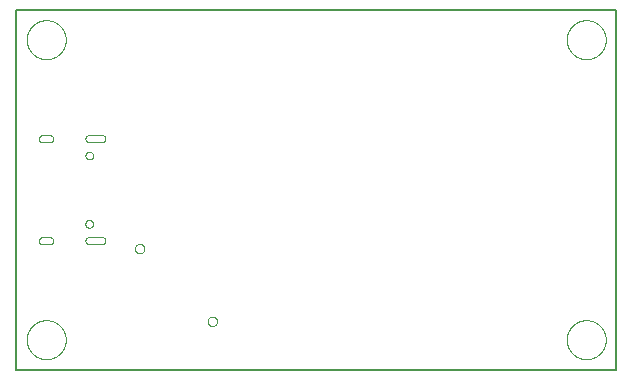
<source format=gko>
G75*
%MOIN*%
%OFA0B0*%
%FSLAX25Y25*%
%IPPOS*%
%LPD*%
%AMOC8*
5,1,8,0,0,1.08239X$1,22.5*
%
%ADD10C,0.00800*%
%ADD11C,0.00000*%
%ADD12C,0.00039*%
D10*
X0096255Y0065000D02*
X0096255Y0185000D01*
X0296255Y0185000D01*
X0296255Y0065000D01*
X0096255Y0065000D01*
D11*
X0099755Y0075000D02*
X0099757Y0075161D01*
X0099763Y0075321D01*
X0099773Y0075482D01*
X0099787Y0075642D01*
X0099805Y0075802D01*
X0099826Y0075961D01*
X0099852Y0076120D01*
X0099882Y0076278D01*
X0099915Y0076435D01*
X0099953Y0076592D01*
X0099994Y0076747D01*
X0100039Y0076901D01*
X0100088Y0077054D01*
X0100141Y0077206D01*
X0100197Y0077357D01*
X0100258Y0077506D01*
X0100321Y0077654D01*
X0100389Y0077800D01*
X0100460Y0077944D01*
X0100534Y0078086D01*
X0100612Y0078227D01*
X0100694Y0078365D01*
X0100779Y0078502D01*
X0100867Y0078636D01*
X0100959Y0078768D01*
X0101054Y0078898D01*
X0101152Y0079026D01*
X0101253Y0079151D01*
X0101357Y0079273D01*
X0101464Y0079393D01*
X0101574Y0079510D01*
X0101687Y0079625D01*
X0101803Y0079736D01*
X0101922Y0079845D01*
X0102043Y0079950D01*
X0102167Y0080053D01*
X0102293Y0080153D01*
X0102421Y0080249D01*
X0102552Y0080342D01*
X0102686Y0080432D01*
X0102821Y0080519D01*
X0102959Y0080602D01*
X0103098Y0080682D01*
X0103240Y0080758D01*
X0103383Y0080831D01*
X0103528Y0080900D01*
X0103675Y0080966D01*
X0103823Y0081028D01*
X0103973Y0081086D01*
X0104124Y0081141D01*
X0104277Y0081192D01*
X0104431Y0081239D01*
X0104586Y0081282D01*
X0104742Y0081321D01*
X0104898Y0081357D01*
X0105056Y0081388D01*
X0105214Y0081416D01*
X0105373Y0081440D01*
X0105533Y0081460D01*
X0105693Y0081476D01*
X0105853Y0081488D01*
X0106014Y0081496D01*
X0106175Y0081500D01*
X0106335Y0081500D01*
X0106496Y0081496D01*
X0106657Y0081488D01*
X0106817Y0081476D01*
X0106977Y0081460D01*
X0107137Y0081440D01*
X0107296Y0081416D01*
X0107454Y0081388D01*
X0107612Y0081357D01*
X0107768Y0081321D01*
X0107924Y0081282D01*
X0108079Y0081239D01*
X0108233Y0081192D01*
X0108386Y0081141D01*
X0108537Y0081086D01*
X0108687Y0081028D01*
X0108835Y0080966D01*
X0108982Y0080900D01*
X0109127Y0080831D01*
X0109270Y0080758D01*
X0109412Y0080682D01*
X0109551Y0080602D01*
X0109689Y0080519D01*
X0109824Y0080432D01*
X0109958Y0080342D01*
X0110089Y0080249D01*
X0110217Y0080153D01*
X0110343Y0080053D01*
X0110467Y0079950D01*
X0110588Y0079845D01*
X0110707Y0079736D01*
X0110823Y0079625D01*
X0110936Y0079510D01*
X0111046Y0079393D01*
X0111153Y0079273D01*
X0111257Y0079151D01*
X0111358Y0079026D01*
X0111456Y0078898D01*
X0111551Y0078768D01*
X0111643Y0078636D01*
X0111731Y0078502D01*
X0111816Y0078365D01*
X0111898Y0078227D01*
X0111976Y0078086D01*
X0112050Y0077944D01*
X0112121Y0077800D01*
X0112189Y0077654D01*
X0112252Y0077506D01*
X0112313Y0077357D01*
X0112369Y0077206D01*
X0112422Y0077054D01*
X0112471Y0076901D01*
X0112516Y0076747D01*
X0112557Y0076592D01*
X0112595Y0076435D01*
X0112628Y0076278D01*
X0112658Y0076120D01*
X0112684Y0075961D01*
X0112705Y0075802D01*
X0112723Y0075642D01*
X0112737Y0075482D01*
X0112747Y0075321D01*
X0112753Y0075161D01*
X0112755Y0075000D01*
X0112753Y0074839D01*
X0112747Y0074679D01*
X0112737Y0074518D01*
X0112723Y0074358D01*
X0112705Y0074198D01*
X0112684Y0074039D01*
X0112658Y0073880D01*
X0112628Y0073722D01*
X0112595Y0073565D01*
X0112557Y0073408D01*
X0112516Y0073253D01*
X0112471Y0073099D01*
X0112422Y0072946D01*
X0112369Y0072794D01*
X0112313Y0072643D01*
X0112252Y0072494D01*
X0112189Y0072346D01*
X0112121Y0072200D01*
X0112050Y0072056D01*
X0111976Y0071914D01*
X0111898Y0071773D01*
X0111816Y0071635D01*
X0111731Y0071498D01*
X0111643Y0071364D01*
X0111551Y0071232D01*
X0111456Y0071102D01*
X0111358Y0070974D01*
X0111257Y0070849D01*
X0111153Y0070727D01*
X0111046Y0070607D01*
X0110936Y0070490D01*
X0110823Y0070375D01*
X0110707Y0070264D01*
X0110588Y0070155D01*
X0110467Y0070050D01*
X0110343Y0069947D01*
X0110217Y0069847D01*
X0110089Y0069751D01*
X0109958Y0069658D01*
X0109824Y0069568D01*
X0109689Y0069481D01*
X0109551Y0069398D01*
X0109412Y0069318D01*
X0109270Y0069242D01*
X0109127Y0069169D01*
X0108982Y0069100D01*
X0108835Y0069034D01*
X0108687Y0068972D01*
X0108537Y0068914D01*
X0108386Y0068859D01*
X0108233Y0068808D01*
X0108079Y0068761D01*
X0107924Y0068718D01*
X0107768Y0068679D01*
X0107612Y0068643D01*
X0107454Y0068612D01*
X0107296Y0068584D01*
X0107137Y0068560D01*
X0106977Y0068540D01*
X0106817Y0068524D01*
X0106657Y0068512D01*
X0106496Y0068504D01*
X0106335Y0068500D01*
X0106175Y0068500D01*
X0106014Y0068504D01*
X0105853Y0068512D01*
X0105693Y0068524D01*
X0105533Y0068540D01*
X0105373Y0068560D01*
X0105214Y0068584D01*
X0105056Y0068612D01*
X0104898Y0068643D01*
X0104742Y0068679D01*
X0104586Y0068718D01*
X0104431Y0068761D01*
X0104277Y0068808D01*
X0104124Y0068859D01*
X0103973Y0068914D01*
X0103823Y0068972D01*
X0103675Y0069034D01*
X0103528Y0069100D01*
X0103383Y0069169D01*
X0103240Y0069242D01*
X0103098Y0069318D01*
X0102959Y0069398D01*
X0102821Y0069481D01*
X0102686Y0069568D01*
X0102552Y0069658D01*
X0102421Y0069751D01*
X0102293Y0069847D01*
X0102167Y0069947D01*
X0102043Y0070050D01*
X0101922Y0070155D01*
X0101803Y0070264D01*
X0101687Y0070375D01*
X0101574Y0070490D01*
X0101464Y0070607D01*
X0101357Y0070727D01*
X0101253Y0070849D01*
X0101152Y0070974D01*
X0101054Y0071102D01*
X0100959Y0071232D01*
X0100867Y0071364D01*
X0100779Y0071498D01*
X0100694Y0071635D01*
X0100612Y0071773D01*
X0100534Y0071914D01*
X0100460Y0072056D01*
X0100389Y0072200D01*
X0100321Y0072346D01*
X0100258Y0072494D01*
X0100197Y0072643D01*
X0100141Y0072794D01*
X0100088Y0072946D01*
X0100039Y0073099D01*
X0099994Y0073253D01*
X0099953Y0073408D01*
X0099915Y0073565D01*
X0099882Y0073722D01*
X0099852Y0073880D01*
X0099826Y0074039D01*
X0099805Y0074198D01*
X0099787Y0074358D01*
X0099773Y0074518D01*
X0099763Y0074679D01*
X0099757Y0074839D01*
X0099755Y0075000D01*
X0135822Y0105354D02*
X0135824Y0105433D01*
X0135830Y0105512D01*
X0135840Y0105591D01*
X0135854Y0105669D01*
X0135871Y0105746D01*
X0135893Y0105822D01*
X0135918Y0105897D01*
X0135948Y0105970D01*
X0135980Y0106042D01*
X0136017Y0106113D01*
X0136057Y0106181D01*
X0136100Y0106247D01*
X0136146Y0106311D01*
X0136196Y0106373D01*
X0136249Y0106432D01*
X0136304Y0106488D01*
X0136363Y0106542D01*
X0136424Y0106592D01*
X0136487Y0106640D01*
X0136553Y0106684D01*
X0136621Y0106725D01*
X0136691Y0106762D01*
X0136762Y0106796D01*
X0136836Y0106826D01*
X0136910Y0106852D01*
X0136986Y0106874D01*
X0137063Y0106893D01*
X0137141Y0106908D01*
X0137219Y0106919D01*
X0137298Y0106926D01*
X0137377Y0106929D01*
X0137456Y0106928D01*
X0137535Y0106923D01*
X0137614Y0106914D01*
X0137692Y0106901D01*
X0137769Y0106884D01*
X0137846Y0106864D01*
X0137921Y0106839D01*
X0137995Y0106811D01*
X0138068Y0106779D01*
X0138138Y0106744D01*
X0138207Y0106705D01*
X0138274Y0106662D01*
X0138339Y0106616D01*
X0138401Y0106568D01*
X0138461Y0106516D01*
X0138518Y0106461D01*
X0138572Y0106403D01*
X0138623Y0106343D01*
X0138671Y0106280D01*
X0138716Y0106215D01*
X0138758Y0106147D01*
X0138796Y0106078D01*
X0138830Y0106007D01*
X0138861Y0105934D01*
X0138889Y0105859D01*
X0138912Y0105784D01*
X0138932Y0105707D01*
X0138948Y0105630D01*
X0138960Y0105551D01*
X0138968Y0105473D01*
X0138972Y0105394D01*
X0138972Y0105314D01*
X0138968Y0105235D01*
X0138960Y0105157D01*
X0138948Y0105078D01*
X0138932Y0105001D01*
X0138912Y0104924D01*
X0138889Y0104849D01*
X0138861Y0104774D01*
X0138830Y0104701D01*
X0138796Y0104630D01*
X0138758Y0104561D01*
X0138716Y0104493D01*
X0138671Y0104428D01*
X0138623Y0104365D01*
X0138572Y0104305D01*
X0138518Y0104247D01*
X0138461Y0104192D01*
X0138401Y0104140D01*
X0138339Y0104092D01*
X0138274Y0104046D01*
X0138207Y0104003D01*
X0138138Y0103964D01*
X0138068Y0103929D01*
X0137995Y0103897D01*
X0137921Y0103869D01*
X0137846Y0103844D01*
X0137769Y0103824D01*
X0137692Y0103807D01*
X0137614Y0103794D01*
X0137535Y0103785D01*
X0137456Y0103780D01*
X0137377Y0103779D01*
X0137298Y0103782D01*
X0137219Y0103789D01*
X0137141Y0103800D01*
X0137063Y0103815D01*
X0136986Y0103834D01*
X0136910Y0103856D01*
X0136836Y0103882D01*
X0136762Y0103912D01*
X0136691Y0103946D01*
X0136621Y0103983D01*
X0136553Y0104024D01*
X0136487Y0104068D01*
X0136424Y0104116D01*
X0136363Y0104166D01*
X0136304Y0104220D01*
X0136249Y0104276D01*
X0136196Y0104335D01*
X0136146Y0104397D01*
X0136100Y0104461D01*
X0136057Y0104527D01*
X0136017Y0104595D01*
X0135980Y0104666D01*
X0135948Y0104738D01*
X0135918Y0104811D01*
X0135893Y0104886D01*
X0135871Y0104962D01*
X0135854Y0105039D01*
X0135840Y0105117D01*
X0135830Y0105196D01*
X0135824Y0105275D01*
X0135822Y0105354D01*
X0119286Y0113622D02*
X0119288Y0113693D01*
X0119294Y0113764D01*
X0119304Y0113835D01*
X0119318Y0113904D01*
X0119335Y0113973D01*
X0119357Y0114041D01*
X0119382Y0114108D01*
X0119411Y0114173D01*
X0119443Y0114236D01*
X0119479Y0114298D01*
X0119518Y0114357D01*
X0119561Y0114414D01*
X0119606Y0114469D01*
X0119655Y0114521D01*
X0119706Y0114570D01*
X0119760Y0114616D01*
X0119817Y0114660D01*
X0119875Y0114700D01*
X0119936Y0114736D01*
X0119999Y0114770D01*
X0120064Y0114799D01*
X0120130Y0114825D01*
X0120198Y0114848D01*
X0120266Y0114866D01*
X0120336Y0114881D01*
X0120406Y0114892D01*
X0120477Y0114899D01*
X0120548Y0114902D01*
X0120619Y0114901D01*
X0120690Y0114896D01*
X0120761Y0114887D01*
X0120831Y0114874D01*
X0120900Y0114858D01*
X0120968Y0114837D01*
X0121035Y0114813D01*
X0121101Y0114785D01*
X0121164Y0114753D01*
X0121226Y0114718D01*
X0121286Y0114680D01*
X0121344Y0114638D01*
X0121399Y0114594D01*
X0121452Y0114546D01*
X0121502Y0114495D01*
X0121549Y0114442D01*
X0121593Y0114386D01*
X0121634Y0114328D01*
X0121672Y0114267D01*
X0121706Y0114205D01*
X0121736Y0114140D01*
X0121763Y0114075D01*
X0121787Y0114007D01*
X0121806Y0113939D01*
X0121822Y0113870D01*
X0121834Y0113799D01*
X0121842Y0113729D01*
X0121846Y0113658D01*
X0121846Y0113586D01*
X0121842Y0113515D01*
X0121834Y0113445D01*
X0121822Y0113374D01*
X0121806Y0113305D01*
X0121787Y0113237D01*
X0121763Y0113169D01*
X0121736Y0113104D01*
X0121706Y0113039D01*
X0121672Y0112977D01*
X0121634Y0112916D01*
X0121593Y0112858D01*
X0121549Y0112802D01*
X0121502Y0112749D01*
X0121452Y0112698D01*
X0121399Y0112650D01*
X0121344Y0112606D01*
X0121286Y0112564D01*
X0121226Y0112526D01*
X0121164Y0112491D01*
X0121101Y0112459D01*
X0121035Y0112431D01*
X0120968Y0112407D01*
X0120900Y0112386D01*
X0120831Y0112370D01*
X0120761Y0112357D01*
X0120690Y0112348D01*
X0120619Y0112343D01*
X0120548Y0112342D01*
X0120477Y0112345D01*
X0120406Y0112352D01*
X0120336Y0112363D01*
X0120266Y0112378D01*
X0120198Y0112396D01*
X0120130Y0112419D01*
X0120064Y0112445D01*
X0119999Y0112474D01*
X0119936Y0112508D01*
X0119875Y0112544D01*
X0119817Y0112584D01*
X0119760Y0112628D01*
X0119706Y0112674D01*
X0119655Y0112723D01*
X0119606Y0112775D01*
X0119561Y0112830D01*
X0119518Y0112887D01*
X0119479Y0112946D01*
X0119443Y0113008D01*
X0119411Y0113071D01*
X0119382Y0113136D01*
X0119357Y0113203D01*
X0119335Y0113271D01*
X0119318Y0113340D01*
X0119304Y0113409D01*
X0119294Y0113480D01*
X0119288Y0113551D01*
X0119286Y0113622D01*
X0119286Y0136378D02*
X0119288Y0136449D01*
X0119294Y0136520D01*
X0119304Y0136591D01*
X0119318Y0136660D01*
X0119335Y0136729D01*
X0119357Y0136797D01*
X0119382Y0136864D01*
X0119411Y0136929D01*
X0119443Y0136992D01*
X0119479Y0137054D01*
X0119518Y0137113D01*
X0119561Y0137170D01*
X0119606Y0137225D01*
X0119655Y0137277D01*
X0119706Y0137326D01*
X0119760Y0137372D01*
X0119817Y0137416D01*
X0119875Y0137456D01*
X0119936Y0137492D01*
X0119999Y0137526D01*
X0120064Y0137555D01*
X0120130Y0137581D01*
X0120198Y0137604D01*
X0120266Y0137622D01*
X0120336Y0137637D01*
X0120406Y0137648D01*
X0120477Y0137655D01*
X0120548Y0137658D01*
X0120619Y0137657D01*
X0120690Y0137652D01*
X0120761Y0137643D01*
X0120831Y0137630D01*
X0120900Y0137614D01*
X0120968Y0137593D01*
X0121035Y0137569D01*
X0121101Y0137541D01*
X0121164Y0137509D01*
X0121226Y0137474D01*
X0121286Y0137436D01*
X0121344Y0137394D01*
X0121399Y0137350D01*
X0121452Y0137302D01*
X0121502Y0137251D01*
X0121549Y0137198D01*
X0121593Y0137142D01*
X0121634Y0137084D01*
X0121672Y0137023D01*
X0121706Y0136961D01*
X0121736Y0136896D01*
X0121763Y0136831D01*
X0121787Y0136763D01*
X0121806Y0136695D01*
X0121822Y0136626D01*
X0121834Y0136555D01*
X0121842Y0136485D01*
X0121846Y0136414D01*
X0121846Y0136342D01*
X0121842Y0136271D01*
X0121834Y0136201D01*
X0121822Y0136130D01*
X0121806Y0136061D01*
X0121787Y0135993D01*
X0121763Y0135925D01*
X0121736Y0135860D01*
X0121706Y0135795D01*
X0121672Y0135733D01*
X0121634Y0135672D01*
X0121593Y0135614D01*
X0121549Y0135558D01*
X0121502Y0135505D01*
X0121452Y0135454D01*
X0121399Y0135406D01*
X0121344Y0135362D01*
X0121286Y0135320D01*
X0121226Y0135282D01*
X0121164Y0135247D01*
X0121101Y0135215D01*
X0121035Y0135187D01*
X0120968Y0135163D01*
X0120900Y0135142D01*
X0120831Y0135126D01*
X0120761Y0135113D01*
X0120690Y0135104D01*
X0120619Y0135099D01*
X0120548Y0135098D01*
X0120477Y0135101D01*
X0120406Y0135108D01*
X0120336Y0135119D01*
X0120266Y0135134D01*
X0120198Y0135152D01*
X0120130Y0135175D01*
X0120064Y0135201D01*
X0119999Y0135230D01*
X0119936Y0135264D01*
X0119875Y0135300D01*
X0119817Y0135340D01*
X0119760Y0135384D01*
X0119706Y0135430D01*
X0119655Y0135479D01*
X0119606Y0135531D01*
X0119561Y0135586D01*
X0119518Y0135643D01*
X0119479Y0135702D01*
X0119443Y0135764D01*
X0119411Y0135827D01*
X0119382Y0135892D01*
X0119357Y0135959D01*
X0119335Y0136027D01*
X0119318Y0136096D01*
X0119304Y0136165D01*
X0119294Y0136236D01*
X0119288Y0136307D01*
X0119286Y0136378D01*
X0099755Y0175000D02*
X0099757Y0175161D01*
X0099763Y0175321D01*
X0099773Y0175482D01*
X0099787Y0175642D01*
X0099805Y0175802D01*
X0099826Y0175961D01*
X0099852Y0176120D01*
X0099882Y0176278D01*
X0099915Y0176435D01*
X0099953Y0176592D01*
X0099994Y0176747D01*
X0100039Y0176901D01*
X0100088Y0177054D01*
X0100141Y0177206D01*
X0100197Y0177357D01*
X0100258Y0177506D01*
X0100321Y0177654D01*
X0100389Y0177800D01*
X0100460Y0177944D01*
X0100534Y0178086D01*
X0100612Y0178227D01*
X0100694Y0178365D01*
X0100779Y0178502D01*
X0100867Y0178636D01*
X0100959Y0178768D01*
X0101054Y0178898D01*
X0101152Y0179026D01*
X0101253Y0179151D01*
X0101357Y0179273D01*
X0101464Y0179393D01*
X0101574Y0179510D01*
X0101687Y0179625D01*
X0101803Y0179736D01*
X0101922Y0179845D01*
X0102043Y0179950D01*
X0102167Y0180053D01*
X0102293Y0180153D01*
X0102421Y0180249D01*
X0102552Y0180342D01*
X0102686Y0180432D01*
X0102821Y0180519D01*
X0102959Y0180602D01*
X0103098Y0180682D01*
X0103240Y0180758D01*
X0103383Y0180831D01*
X0103528Y0180900D01*
X0103675Y0180966D01*
X0103823Y0181028D01*
X0103973Y0181086D01*
X0104124Y0181141D01*
X0104277Y0181192D01*
X0104431Y0181239D01*
X0104586Y0181282D01*
X0104742Y0181321D01*
X0104898Y0181357D01*
X0105056Y0181388D01*
X0105214Y0181416D01*
X0105373Y0181440D01*
X0105533Y0181460D01*
X0105693Y0181476D01*
X0105853Y0181488D01*
X0106014Y0181496D01*
X0106175Y0181500D01*
X0106335Y0181500D01*
X0106496Y0181496D01*
X0106657Y0181488D01*
X0106817Y0181476D01*
X0106977Y0181460D01*
X0107137Y0181440D01*
X0107296Y0181416D01*
X0107454Y0181388D01*
X0107612Y0181357D01*
X0107768Y0181321D01*
X0107924Y0181282D01*
X0108079Y0181239D01*
X0108233Y0181192D01*
X0108386Y0181141D01*
X0108537Y0181086D01*
X0108687Y0181028D01*
X0108835Y0180966D01*
X0108982Y0180900D01*
X0109127Y0180831D01*
X0109270Y0180758D01*
X0109412Y0180682D01*
X0109551Y0180602D01*
X0109689Y0180519D01*
X0109824Y0180432D01*
X0109958Y0180342D01*
X0110089Y0180249D01*
X0110217Y0180153D01*
X0110343Y0180053D01*
X0110467Y0179950D01*
X0110588Y0179845D01*
X0110707Y0179736D01*
X0110823Y0179625D01*
X0110936Y0179510D01*
X0111046Y0179393D01*
X0111153Y0179273D01*
X0111257Y0179151D01*
X0111358Y0179026D01*
X0111456Y0178898D01*
X0111551Y0178768D01*
X0111643Y0178636D01*
X0111731Y0178502D01*
X0111816Y0178365D01*
X0111898Y0178227D01*
X0111976Y0178086D01*
X0112050Y0177944D01*
X0112121Y0177800D01*
X0112189Y0177654D01*
X0112252Y0177506D01*
X0112313Y0177357D01*
X0112369Y0177206D01*
X0112422Y0177054D01*
X0112471Y0176901D01*
X0112516Y0176747D01*
X0112557Y0176592D01*
X0112595Y0176435D01*
X0112628Y0176278D01*
X0112658Y0176120D01*
X0112684Y0175961D01*
X0112705Y0175802D01*
X0112723Y0175642D01*
X0112737Y0175482D01*
X0112747Y0175321D01*
X0112753Y0175161D01*
X0112755Y0175000D01*
X0112753Y0174839D01*
X0112747Y0174679D01*
X0112737Y0174518D01*
X0112723Y0174358D01*
X0112705Y0174198D01*
X0112684Y0174039D01*
X0112658Y0173880D01*
X0112628Y0173722D01*
X0112595Y0173565D01*
X0112557Y0173408D01*
X0112516Y0173253D01*
X0112471Y0173099D01*
X0112422Y0172946D01*
X0112369Y0172794D01*
X0112313Y0172643D01*
X0112252Y0172494D01*
X0112189Y0172346D01*
X0112121Y0172200D01*
X0112050Y0172056D01*
X0111976Y0171914D01*
X0111898Y0171773D01*
X0111816Y0171635D01*
X0111731Y0171498D01*
X0111643Y0171364D01*
X0111551Y0171232D01*
X0111456Y0171102D01*
X0111358Y0170974D01*
X0111257Y0170849D01*
X0111153Y0170727D01*
X0111046Y0170607D01*
X0110936Y0170490D01*
X0110823Y0170375D01*
X0110707Y0170264D01*
X0110588Y0170155D01*
X0110467Y0170050D01*
X0110343Y0169947D01*
X0110217Y0169847D01*
X0110089Y0169751D01*
X0109958Y0169658D01*
X0109824Y0169568D01*
X0109689Y0169481D01*
X0109551Y0169398D01*
X0109412Y0169318D01*
X0109270Y0169242D01*
X0109127Y0169169D01*
X0108982Y0169100D01*
X0108835Y0169034D01*
X0108687Y0168972D01*
X0108537Y0168914D01*
X0108386Y0168859D01*
X0108233Y0168808D01*
X0108079Y0168761D01*
X0107924Y0168718D01*
X0107768Y0168679D01*
X0107612Y0168643D01*
X0107454Y0168612D01*
X0107296Y0168584D01*
X0107137Y0168560D01*
X0106977Y0168540D01*
X0106817Y0168524D01*
X0106657Y0168512D01*
X0106496Y0168504D01*
X0106335Y0168500D01*
X0106175Y0168500D01*
X0106014Y0168504D01*
X0105853Y0168512D01*
X0105693Y0168524D01*
X0105533Y0168540D01*
X0105373Y0168560D01*
X0105214Y0168584D01*
X0105056Y0168612D01*
X0104898Y0168643D01*
X0104742Y0168679D01*
X0104586Y0168718D01*
X0104431Y0168761D01*
X0104277Y0168808D01*
X0104124Y0168859D01*
X0103973Y0168914D01*
X0103823Y0168972D01*
X0103675Y0169034D01*
X0103528Y0169100D01*
X0103383Y0169169D01*
X0103240Y0169242D01*
X0103098Y0169318D01*
X0102959Y0169398D01*
X0102821Y0169481D01*
X0102686Y0169568D01*
X0102552Y0169658D01*
X0102421Y0169751D01*
X0102293Y0169847D01*
X0102167Y0169947D01*
X0102043Y0170050D01*
X0101922Y0170155D01*
X0101803Y0170264D01*
X0101687Y0170375D01*
X0101574Y0170490D01*
X0101464Y0170607D01*
X0101357Y0170727D01*
X0101253Y0170849D01*
X0101152Y0170974D01*
X0101054Y0171102D01*
X0100959Y0171232D01*
X0100867Y0171364D01*
X0100779Y0171498D01*
X0100694Y0171635D01*
X0100612Y0171773D01*
X0100534Y0171914D01*
X0100460Y0172056D01*
X0100389Y0172200D01*
X0100321Y0172346D01*
X0100258Y0172494D01*
X0100197Y0172643D01*
X0100141Y0172794D01*
X0100088Y0172946D01*
X0100039Y0173099D01*
X0099994Y0173253D01*
X0099953Y0173408D01*
X0099915Y0173565D01*
X0099882Y0173722D01*
X0099852Y0173880D01*
X0099826Y0174039D01*
X0099805Y0174198D01*
X0099787Y0174358D01*
X0099773Y0174518D01*
X0099763Y0174679D01*
X0099757Y0174839D01*
X0099755Y0175000D01*
X0160034Y0081142D02*
X0160036Y0081221D01*
X0160042Y0081300D01*
X0160052Y0081379D01*
X0160066Y0081457D01*
X0160083Y0081534D01*
X0160105Y0081610D01*
X0160130Y0081685D01*
X0160160Y0081758D01*
X0160192Y0081830D01*
X0160229Y0081901D01*
X0160269Y0081969D01*
X0160312Y0082035D01*
X0160358Y0082099D01*
X0160408Y0082161D01*
X0160461Y0082220D01*
X0160516Y0082276D01*
X0160575Y0082330D01*
X0160636Y0082380D01*
X0160699Y0082428D01*
X0160765Y0082472D01*
X0160833Y0082513D01*
X0160903Y0082550D01*
X0160974Y0082584D01*
X0161048Y0082614D01*
X0161122Y0082640D01*
X0161198Y0082662D01*
X0161275Y0082681D01*
X0161353Y0082696D01*
X0161431Y0082707D01*
X0161510Y0082714D01*
X0161589Y0082717D01*
X0161668Y0082716D01*
X0161747Y0082711D01*
X0161826Y0082702D01*
X0161904Y0082689D01*
X0161981Y0082672D01*
X0162058Y0082652D01*
X0162133Y0082627D01*
X0162207Y0082599D01*
X0162280Y0082567D01*
X0162350Y0082532D01*
X0162419Y0082493D01*
X0162486Y0082450D01*
X0162551Y0082404D01*
X0162613Y0082356D01*
X0162673Y0082304D01*
X0162730Y0082249D01*
X0162784Y0082191D01*
X0162835Y0082131D01*
X0162883Y0082068D01*
X0162928Y0082003D01*
X0162970Y0081935D01*
X0163008Y0081866D01*
X0163042Y0081795D01*
X0163073Y0081722D01*
X0163101Y0081647D01*
X0163124Y0081572D01*
X0163144Y0081495D01*
X0163160Y0081418D01*
X0163172Y0081339D01*
X0163180Y0081261D01*
X0163184Y0081182D01*
X0163184Y0081102D01*
X0163180Y0081023D01*
X0163172Y0080945D01*
X0163160Y0080866D01*
X0163144Y0080789D01*
X0163124Y0080712D01*
X0163101Y0080637D01*
X0163073Y0080562D01*
X0163042Y0080489D01*
X0163008Y0080418D01*
X0162970Y0080349D01*
X0162928Y0080281D01*
X0162883Y0080216D01*
X0162835Y0080153D01*
X0162784Y0080093D01*
X0162730Y0080035D01*
X0162673Y0079980D01*
X0162613Y0079928D01*
X0162551Y0079880D01*
X0162486Y0079834D01*
X0162419Y0079791D01*
X0162350Y0079752D01*
X0162280Y0079717D01*
X0162207Y0079685D01*
X0162133Y0079657D01*
X0162058Y0079632D01*
X0161981Y0079612D01*
X0161904Y0079595D01*
X0161826Y0079582D01*
X0161747Y0079573D01*
X0161668Y0079568D01*
X0161589Y0079567D01*
X0161510Y0079570D01*
X0161431Y0079577D01*
X0161353Y0079588D01*
X0161275Y0079603D01*
X0161198Y0079622D01*
X0161122Y0079644D01*
X0161048Y0079670D01*
X0160974Y0079700D01*
X0160903Y0079734D01*
X0160833Y0079771D01*
X0160765Y0079812D01*
X0160699Y0079856D01*
X0160636Y0079904D01*
X0160575Y0079954D01*
X0160516Y0080008D01*
X0160461Y0080064D01*
X0160408Y0080123D01*
X0160358Y0080185D01*
X0160312Y0080249D01*
X0160269Y0080315D01*
X0160229Y0080383D01*
X0160192Y0080454D01*
X0160160Y0080526D01*
X0160130Y0080599D01*
X0160105Y0080674D01*
X0160083Y0080750D01*
X0160066Y0080827D01*
X0160052Y0080905D01*
X0160042Y0080984D01*
X0160036Y0081063D01*
X0160034Y0081142D01*
X0279755Y0075000D02*
X0279757Y0075161D01*
X0279763Y0075321D01*
X0279773Y0075482D01*
X0279787Y0075642D01*
X0279805Y0075802D01*
X0279826Y0075961D01*
X0279852Y0076120D01*
X0279882Y0076278D01*
X0279915Y0076435D01*
X0279953Y0076592D01*
X0279994Y0076747D01*
X0280039Y0076901D01*
X0280088Y0077054D01*
X0280141Y0077206D01*
X0280197Y0077357D01*
X0280258Y0077506D01*
X0280321Y0077654D01*
X0280389Y0077800D01*
X0280460Y0077944D01*
X0280534Y0078086D01*
X0280612Y0078227D01*
X0280694Y0078365D01*
X0280779Y0078502D01*
X0280867Y0078636D01*
X0280959Y0078768D01*
X0281054Y0078898D01*
X0281152Y0079026D01*
X0281253Y0079151D01*
X0281357Y0079273D01*
X0281464Y0079393D01*
X0281574Y0079510D01*
X0281687Y0079625D01*
X0281803Y0079736D01*
X0281922Y0079845D01*
X0282043Y0079950D01*
X0282167Y0080053D01*
X0282293Y0080153D01*
X0282421Y0080249D01*
X0282552Y0080342D01*
X0282686Y0080432D01*
X0282821Y0080519D01*
X0282959Y0080602D01*
X0283098Y0080682D01*
X0283240Y0080758D01*
X0283383Y0080831D01*
X0283528Y0080900D01*
X0283675Y0080966D01*
X0283823Y0081028D01*
X0283973Y0081086D01*
X0284124Y0081141D01*
X0284277Y0081192D01*
X0284431Y0081239D01*
X0284586Y0081282D01*
X0284742Y0081321D01*
X0284898Y0081357D01*
X0285056Y0081388D01*
X0285214Y0081416D01*
X0285373Y0081440D01*
X0285533Y0081460D01*
X0285693Y0081476D01*
X0285853Y0081488D01*
X0286014Y0081496D01*
X0286175Y0081500D01*
X0286335Y0081500D01*
X0286496Y0081496D01*
X0286657Y0081488D01*
X0286817Y0081476D01*
X0286977Y0081460D01*
X0287137Y0081440D01*
X0287296Y0081416D01*
X0287454Y0081388D01*
X0287612Y0081357D01*
X0287768Y0081321D01*
X0287924Y0081282D01*
X0288079Y0081239D01*
X0288233Y0081192D01*
X0288386Y0081141D01*
X0288537Y0081086D01*
X0288687Y0081028D01*
X0288835Y0080966D01*
X0288982Y0080900D01*
X0289127Y0080831D01*
X0289270Y0080758D01*
X0289412Y0080682D01*
X0289551Y0080602D01*
X0289689Y0080519D01*
X0289824Y0080432D01*
X0289958Y0080342D01*
X0290089Y0080249D01*
X0290217Y0080153D01*
X0290343Y0080053D01*
X0290467Y0079950D01*
X0290588Y0079845D01*
X0290707Y0079736D01*
X0290823Y0079625D01*
X0290936Y0079510D01*
X0291046Y0079393D01*
X0291153Y0079273D01*
X0291257Y0079151D01*
X0291358Y0079026D01*
X0291456Y0078898D01*
X0291551Y0078768D01*
X0291643Y0078636D01*
X0291731Y0078502D01*
X0291816Y0078365D01*
X0291898Y0078227D01*
X0291976Y0078086D01*
X0292050Y0077944D01*
X0292121Y0077800D01*
X0292189Y0077654D01*
X0292252Y0077506D01*
X0292313Y0077357D01*
X0292369Y0077206D01*
X0292422Y0077054D01*
X0292471Y0076901D01*
X0292516Y0076747D01*
X0292557Y0076592D01*
X0292595Y0076435D01*
X0292628Y0076278D01*
X0292658Y0076120D01*
X0292684Y0075961D01*
X0292705Y0075802D01*
X0292723Y0075642D01*
X0292737Y0075482D01*
X0292747Y0075321D01*
X0292753Y0075161D01*
X0292755Y0075000D01*
X0292753Y0074839D01*
X0292747Y0074679D01*
X0292737Y0074518D01*
X0292723Y0074358D01*
X0292705Y0074198D01*
X0292684Y0074039D01*
X0292658Y0073880D01*
X0292628Y0073722D01*
X0292595Y0073565D01*
X0292557Y0073408D01*
X0292516Y0073253D01*
X0292471Y0073099D01*
X0292422Y0072946D01*
X0292369Y0072794D01*
X0292313Y0072643D01*
X0292252Y0072494D01*
X0292189Y0072346D01*
X0292121Y0072200D01*
X0292050Y0072056D01*
X0291976Y0071914D01*
X0291898Y0071773D01*
X0291816Y0071635D01*
X0291731Y0071498D01*
X0291643Y0071364D01*
X0291551Y0071232D01*
X0291456Y0071102D01*
X0291358Y0070974D01*
X0291257Y0070849D01*
X0291153Y0070727D01*
X0291046Y0070607D01*
X0290936Y0070490D01*
X0290823Y0070375D01*
X0290707Y0070264D01*
X0290588Y0070155D01*
X0290467Y0070050D01*
X0290343Y0069947D01*
X0290217Y0069847D01*
X0290089Y0069751D01*
X0289958Y0069658D01*
X0289824Y0069568D01*
X0289689Y0069481D01*
X0289551Y0069398D01*
X0289412Y0069318D01*
X0289270Y0069242D01*
X0289127Y0069169D01*
X0288982Y0069100D01*
X0288835Y0069034D01*
X0288687Y0068972D01*
X0288537Y0068914D01*
X0288386Y0068859D01*
X0288233Y0068808D01*
X0288079Y0068761D01*
X0287924Y0068718D01*
X0287768Y0068679D01*
X0287612Y0068643D01*
X0287454Y0068612D01*
X0287296Y0068584D01*
X0287137Y0068560D01*
X0286977Y0068540D01*
X0286817Y0068524D01*
X0286657Y0068512D01*
X0286496Y0068504D01*
X0286335Y0068500D01*
X0286175Y0068500D01*
X0286014Y0068504D01*
X0285853Y0068512D01*
X0285693Y0068524D01*
X0285533Y0068540D01*
X0285373Y0068560D01*
X0285214Y0068584D01*
X0285056Y0068612D01*
X0284898Y0068643D01*
X0284742Y0068679D01*
X0284586Y0068718D01*
X0284431Y0068761D01*
X0284277Y0068808D01*
X0284124Y0068859D01*
X0283973Y0068914D01*
X0283823Y0068972D01*
X0283675Y0069034D01*
X0283528Y0069100D01*
X0283383Y0069169D01*
X0283240Y0069242D01*
X0283098Y0069318D01*
X0282959Y0069398D01*
X0282821Y0069481D01*
X0282686Y0069568D01*
X0282552Y0069658D01*
X0282421Y0069751D01*
X0282293Y0069847D01*
X0282167Y0069947D01*
X0282043Y0070050D01*
X0281922Y0070155D01*
X0281803Y0070264D01*
X0281687Y0070375D01*
X0281574Y0070490D01*
X0281464Y0070607D01*
X0281357Y0070727D01*
X0281253Y0070849D01*
X0281152Y0070974D01*
X0281054Y0071102D01*
X0280959Y0071232D01*
X0280867Y0071364D01*
X0280779Y0071498D01*
X0280694Y0071635D01*
X0280612Y0071773D01*
X0280534Y0071914D01*
X0280460Y0072056D01*
X0280389Y0072200D01*
X0280321Y0072346D01*
X0280258Y0072494D01*
X0280197Y0072643D01*
X0280141Y0072794D01*
X0280088Y0072946D01*
X0280039Y0073099D01*
X0279994Y0073253D01*
X0279953Y0073408D01*
X0279915Y0073565D01*
X0279882Y0073722D01*
X0279852Y0073880D01*
X0279826Y0074039D01*
X0279805Y0074198D01*
X0279787Y0074358D01*
X0279773Y0074518D01*
X0279763Y0074679D01*
X0279757Y0074839D01*
X0279755Y0075000D01*
X0279755Y0175000D02*
X0279757Y0175161D01*
X0279763Y0175321D01*
X0279773Y0175482D01*
X0279787Y0175642D01*
X0279805Y0175802D01*
X0279826Y0175961D01*
X0279852Y0176120D01*
X0279882Y0176278D01*
X0279915Y0176435D01*
X0279953Y0176592D01*
X0279994Y0176747D01*
X0280039Y0176901D01*
X0280088Y0177054D01*
X0280141Y0177206D01*
X0280197Y0177357D01*
X0280258Y0177506D01*
X0280321Y0177654D01*
X0280389Y0177800D01*
X0280460Y0177944D01*
X0280534Y0178086D01*
X0280612Y0178227D01*
X0280694Y0178365D01*
X0280779Y0178502D01*
X0280867Y0178636D01*
X0280959Y0178768D01*
X0281054Y0178898D01*
X0281152Y0179026D01*
X0281253Y0179151D01*
X0281357Y0179273D01*
X0281464Y0179393D01*
X0281574Y0179510D01*
X0281687Y0179625D01*
X0281803Y0179736D01*
X0281922Y0179845D01*
X0282043Y0179950D01*
X0282167Y0180053D01*
X0282293Y0180153D01*
X0282421Y0180249D01*
X0282552Y0180342D01*
X0282686Y0180432D01*
X0282821Y0180519D01*
X0282959Y0180602D01*
X0283098Y0180682D01*
X0283240Y0180758D01*
X0283383Y0180831D01*
X0283528Y0180900D01*
X0283675Y0180966D01*
X0283823Y0181028D01*
X0283973Y0181086D01*
X0284124Y0181141D01*
X0284277Y0181192D01*
X0284431Y0181239D01*
X0284586Y0181282D01*
X0284742Y0181321D01*
X0284898Y0181357D01*
X0285056Y0181388D01*
X0285214Y0181416D01*
X0285373Y0181440D01*
X0285533Y0181460D01*
X0285693Y0181476D01*
X0285853Y0181488D01*
X0286014Y0181496D01*
X0286175Y0181500D01*
X0286335Y0181500D01*
X0286496Y0181496D01*
X0286657Y0181488D01*
X0286817Y0181476D01*
X0286977Y0181460D01*
X0287137Y0181440D01*
X0287296Y0181416D01*
X0287454Y0181388D01*
X0287612Y0181357D01*
X0287768Y0181321D01*
X0287924Y0181282D01*
X0288079Y0181239D01*
X0288233Y0181192D01*
X0288386Y0181141D01*
X0288537Y0181086D01*
X0288687Y0181028D01*
X0288835Y0180966D01*
X0288982Y0180900D01*
X0289127Y0180831D01*
X0289270Y0180758D01*
X0289412Y0180682D01*
X0289551Y0180602D01*
X0289689Y0180519D01*
X0289824Y0180432D01*
X0289958Y0180342D01*
X0290089Y0180249D01*
X0290217Y0180153D01*
X0290343Y0180053D01*
X0290467Y0179950D01*
X0290588Y0179845D01*
X0290707Y0179736D01*
X0290823Y0179625D01*
X0290936Y0179510D01*
X0291046Y0179393D01*
X0291153Y0179273D01*
X0291257Y0179151D01*
X0291358Y0179026D01*
X0291456Y0178898D01*
X0291551Y0178768D01*
X0291643Y0178636D01*
X0291731Y0178502D01*
X0291816Y0178365D01*
X0291898Y0178227D01*
X0291976Y0178086D01*
X0292050Y0177944D01*
X0292121Y0177800D01*
X0292189Y0177654D01*
X0292252Y0177506D01*
X0292313Y0177357D01*
X0292369Y0177206D01*
X0292422Y0177054D01*
X0292471Y0176901D01*
X0292516Y0176747D01*
X0292557Y0176592D01*
X0292595Y0176435D01*
X0292628Y0176278D01*
X0292658Y0176120D01*
X0292684Y0175961D01*
X0292705Y0175802D01*
X0292723Y0175642D01*
X0292737Y0175482D01*
X0292747Y0175321D01*
X0292753Y0175161D01*
X0292755Y0175000D01*
X0292753Y0174839D01*
X0292747Y0174679D01*
X0292737Y0174518D01*
X0292723Y0174358D01*
X0292705Y0174198D01*
X0292684Y0174039D01*
X0292658Y0173880D01*
X0292628Y0173722D01*
X0292595Y0173565D01*
X0292557Y0173408D01*
X0292516Y0173253D01*
X0292471Y0173099D01*
X0292422Y0172946D01*
X0292369Y0172794D01*
X0292313Y0172643D01*
X0292252Y0172494D01*
X0292189Y0172346D01*
X0292121Y0172200D01*
X0292050Y0172056D01*
X0291976Y0171914D01*
X0291898Y0171773D01*
X0291816Y0171635D01*
X0291731Y0171498D01*
X0291643Y0171364D01*
X0291551Y0171232D01*
X0291456Y0171102D01*
X0291358Y0170974D01*
X0291257Y0170849D01*
X0291153Y0170727D01*
X0291046Y0170607D01*
X0290936Y0170490D01*
X0290823Y0170375D01*
X0290707Y0170264D01*
X0290588Y0170155D01*
X0290467Y0170050D01*
X0290343Y0169947D01*
X0290217Y0169847D01*
X0290089Y0169751D01*
X0289958Y0169658D01*
X0289824Y0169568D01*
X0289689Y0169481D01*
X0289551Y0169398D01*
X0289412Y0169318D01*
X0289270Y0169242D01*
X0289127Y0169169D01*
X0288982Y0169100D01*
X0288835Y0169034D01*
X0288687Y0168972D01*
X0288537Y0168914D01*
X0288386Y0168859D01*
X0288233Y0168808D01*
X0288079Y0168761D01*
X0287924Y0168718D01*
X0287768Y0168679D01*
X0287612Y0168643D01*
X0287454Y0168612D01*
X0287296Y0168584D01*
X0287137Y0168560D01*
X0286977Y0168540D01*
X0286817Y0168524D01*
X0286657Y0168512D01*
X0286496Y0168504D01*
X0286335Y0168500D01*
X0286175Y0168500D01*
X0286014Y0168504D01*
X0285853Y0168512D01*
X0285693Y0168524D01*
X0285533Y0168540D01*
X0285373Y0168560D01*
X0285214Y0168584D01*
X0285056Y0168612D01*
X0284898Y0168643D01*
X0284742Y0168679D01*
X0284586Y0168718D01*
X0284431Y0168761D01*
X0284277Y0168808D01*
X0284124Y0168859D01*
X0283973Y0168914D01*
X0283823Y0168972D01*
X0283675Y0169034D01*
X0283528Y0169100D01*
X0283383Y0169169D01*
X0283240Y0169242D01*
X0283098Y0169318D01*
X0282959Y0169398D01*
X0282821Y0169481D01*
X0282686Y0169568D01*
X0282552Y0169658D01*
X0282421Y0169751D01*
X0282293Y0169847D01*
X0282167Y0169947D01*
X0282043Y0170050D01*
X0281922Y0170155D01*
X0281803Y0170264D01*
X0281687Y0170375D01*
X0281574Y0170490D01*
X0281464Y0170607D01*
X0281357Y0170727D01*
X0281253Y0170849D01*
X0281152Y0170974D01*
X0281054Y0171102D01*
X0280959Y0171232D01*
X0280867Y0171364D01*
X0280779Y0171498D01*
X0280694Y0171635D01*
X0280612Y0171773D01*
X0280534Y0171914D01*
X0280460Y0172056D01*
X0280389Y0172200D01*
X0280321Y0172346D01*
X0280258Y0172494D01*
X0280197Y0172643D01*
X0280141Y0172794D01*
X0280088Y0172946D01*
X0280039Y0173099D01*
X0279994Y0173253D01*
X0279953Y0173408D01*
X0279915Y0173565D01*
X0279882Y0173722D01*
X0279852Y0173880D01*
X0279826Y0174039D01*
X0279805Y0174198D01*
X0279787Y0174358D01*
X0279773Y0174518D01*
X0279763Y0174679D01*
X0279757Y0174839D01*
X0279755Y0175000D01*
D12*
X0124818Y0143189D02*
X0120487Y0143189D01*
X0120420Y0143187D01*
X0120352Y0143181D01*
X0120286Y0143172D01*
X0120220Y0143158D01*
X0120154Y0143141D01*
X0120090Y0143120D01*
X0120027Y0143096D01*
X0119966Y0143068D01*
X0119906Y0143036D01*
X0119849Y0143002D01*
X0119793Y0142963D01*
X0119739Y0142922D01*
X0119688Y0142878D01*
X0119640Y0142831D01*
X0119594Y0142781D01*
X0119552Y0142729D01*
X0119512Y0142675D01*
X0119476Y0142618D01*
X0119442Y0142559D01*
X0119413Y0142499D01*
X0119386Y0142436D01*
X0119364Y0142373D01*
X0119345Y0142308D01*
X0119330Y0142243D01*
X0119318Y0142176D01*
X0119310Y0142109D01*
X0119306Y0142042D01*
X0119306Y0141974D01*
X0119310Y0141907D01*
X0119318Y0141840D01*
X0119330Y0141773D01*
X0119345Y0141708D01*
X0119364Y0141643D01*
X0119386Y0141580D01*
X0119413Y0141517D01*
X0119442Y0141457D01*
X0119476Y0141398D01*
X0119512Y0141341D01*
X0119552Y0141287D01*
X0119594Y0141235D01*
X0119640Y0141185D01*
X0119688Y0141138D01*
X0119739Y0141094D01*
X0119793Y0141053D01*
X0119849Y0141014D01*
X0119906Y0140980D01*
X0119966Y0140948D01*
X0120027Y0140920D01*
X0120090Y0140896D01*
X0120154Y0140875D01*
X0120220Y0140858D01*
X0120286Y0140844D01*
X0120352Y0140835D01*
X0120420Y0140829D01*
X0120487Y0140827D01*
X0124818Y0140827D01*
X0124885Y0140829D01*
X0124953Y0140835D01*
X0125019Y0140844D01*
X0125085Y0140858D01*
X0125151Y0140875D01*
X0125215Y0140896D01*
X0125278Y0140920D01*
X0125339Y0140948D01*
X0125399Y0140980D01*
X0125456Y0141014D01*
X0125512Y0141053D01*
X0125566Y0141094D01*
X0125617Y0141138D01*
X0125665Y0141185D01*
X0125711Y0141235D01*
X0125753Y0141287D01*
X0125793Y0141341D01*
X0125829Y0141398D01*
X0125863Y0141457D01*
X0125892Y0141517D01*
X0125919Y0141580D01*
X0125941Y0141643D01*
X0125960Y0141708D01*
X0125975Y0141773D01*
X0125987Y0141840D01*
X0125995Y0141907D01*
X0125999Y0141974D01*
X0125999Y0142042D01*
X0125995Y0142109D01*
X0125987Y0142176D01*
X0125975Y0142243D01*
X0125960Y0142308D01*
X0125941Y0142373D01*
X0125919Y0142436D01*
X0125892Y0142499D01*
X0125863Y0142559D01*
X0125829Y0142618D01*
X0125793Y0142675D01*
X0125753Y0142729D01*
X0125711Y0142781D01*
X0125665Y0142831D01*
X0125617Y0142878D01*
X0125566Y0142922D01*
X0125512Y0142963D01*
X0125456Y0143002D01*
X0125399Y0143036D01*
X0125339Y0143068D01*
X0125278Y0143096D01*
X0125215Y0143120D01*
X0125151Y0143141D01*
X0125085Y0143158D01*
X0125019Y0143172D01*
X0124953Y0143181D01*
X0124885Y0143187D01*
X0124818Y0143189D01*
X0107436Y0143189D02*
X0104995Y0143189D01*
X0104928Y0143187D01*
X0104860Y0143181D01*
X0104794Y0143172D01*
X0104728Y0143158D01*
X0104662Y0143141D01*
X0104598Y0143120D01*
X0104535Y0143096D01*
X0104474Y0143068D01*
X0104414Y0143036D01*
X0104357Y0143002D01*
X0104301Y0142963D01*
X0104247Y0142922D01*
X0104196Y0142878D01*
X0104148Y0142831D01*
X0104102Y0142781D01*
X0104060Y0142729D01*
X0104020Y0142675D01*
X0103984Y0142618D01*
X0103950Y0142559D01*
X0103921Y0142499D01*
X0103894Y0142436D01*
X0103872Y0142373D01*
X0103853Y0142308D01*
X0103838Y0142243D01*
X0103826Y0142176D01*
X0103818Y0142109D01*
X0103814Y0142042D01*
X0103814Y0141974D01*
X0103818Y0141907D01*
X0103826Y0141840D01*
X0103838Y0141773D01*
X0103853Y0141708D01*
X0103872Y0141643D01*
X0103894Y0141580D01*
X0103921Y0141517D01*
X0103950Y0141457D01*
X0103984Y0141398D01*
X0104020Y0141341D01*
X0104060Y0141287D01*
X0104102Y0141235D01*
X0104148Y0141185D01*
X0104196Y0141138D01*
X0104247Y0141094D01*
X0104301Y0141053D01*
X0104357Y0141014D01*
X0104414Y0140980D01*
X0104474Y0140948D01*
X0104535Y0140920D01*
X0104598Y0140896D01*
X0104662Y0140875D01*
X0104728Y0140858D01*
X0104794Y0140844D01*
X0104860Y0140835D01*
X0104928Y0140829D01*
X0104995Y0140827D01*
X0107436Y0140827D01*
X0107503Y0140829D01*
X0107571Y0140835D01*
X0107637Y0140844D01*
X0107703Y0140858D01*
X0107769Y0140875D01*
X0107833Y0140896D01*
X0107896Y0140920D01*
X0107957Y0140948D01*
X0108017Y0140980D01*
X0108074Y0141014D01*
X0108130Y0141053D01*
X0108184Y0141094D01*
X0108235Y0141138D01*
X0108283Y0141185D01*
X0108329Y0141235D01*
X0108371Y0141287D01*
X0108411Y0141341D01*
X0108447Y0141398D01*
X0108481Y0141457D01*
X0108510Y0141517D01*
X0108537Y0141580D01*
X0108559Y0141643D01*
X0108578Y0141708D01*
X0108593Y0141773D01*
X0108605Y0141840D01*
X0108613Y0141907D01*
X0108617Y0141974D01*
X0108617Y0142042D01*
X0108613Y0142109D01*
X0108605Y0142176D01*
X0108593Y0142243D01*
X0108578Y0142308D01*
X0108559Y0142373D01*
X0108537Y0142436D01*
X0108510Y0142499D01*
X0108481Y0142559D01*
X0108447Y0142618D01*
X0108411Y0142675D01*
X0108371Y0142729D01*
X0108329Y0142781D01*
X0108283Y0142831D01*
X0108235Y0142878D01*
X0108184Y0142922D01*
X0108130Y0142963D01*
X0108074Y0143002D01*
X0108017Y0143036D01*
X0107957Y0143068D01*
X0107896Y0143096D01*
X0107833Y0143120D01*
X0107769Y0143141D01*
X0107703Y0143158D01*
X0107637Y0143172D01*
X0107571Y0143181D01*
X0107503Y0143187D01*
X0107436Y0143189D01*
X0107436Y0109173D02*
X0104995Y0109173D01*
X0104928Y0109171D01*
X0104860Y0109165D01*
X0104794Y0109156D01*
X0104728Y0109142D01*
X0104662Y0109125D01*
X0104598Y0109104D01*
X0104535Y0109080D01*
X0104474Y0109052D01*
X0104414Y0109020D01*
X0104357Y0108986D01*
X0104301Y0108947D01*
X0104247Y0108906D01*
X0104196Y0108862D01*
X0104148Y0108815D01*
X0104102Y0108765D01*
X0104060Y0108713D01*
X0104020Y0108659D01*
X0103984Y0108602D01*
X0103950Y0108543D01*
X0103921Y0108483D01*
X0103894Y0108420D01*
X0103872Y0108357D01*
X0103853Y0108292D01*
X0103838Y0108227D01*
X0103826Y0108160D01*
X0103818Y0108093D01*
X0103814Y0108026D01*
X0103814Y0107958D01*
X0103818Y0107891D01*
X0103826Y0107824D01*
X0103838Y0107757D01*
X0103853Y0107692D01*
X0103872Y0107627D01*
X0103894Y0107564D01*
X0103921Y0107501D01*
X0103950Y0107441D01*
X0103984Y0107382D01*
X0104020Y0107325D01*
X0104060Y0107271D01*
X0104102Y0107219D01*
X0104148Y0107169D01*
X0104196Y0107122D01*
X0104247Y0107078D01*
X0104301Y0107037D01*
X0104357Y0106998D01*
X0104414Y0106964D01*
X0104474Y0106932D01*
X0104535Y0106904D01*
X0104598Y0106880D01*
X0104662Y0106859D01*
X0104728Y0106842D01*
X0104794Y0106828D01*
X0104860Y0106819D01*
X0104928Y0106813D01*
X0104995Y0106811D01*
X0107436Y0106811D01*
X0107503Y0106813D01*
X0107571Y0106819D01*
X0107637Y0106828D01*
X0107703Y0106842D01*
X0107769Y0106859D01*
X0107833Y0106880D01*
X0107896Y0106904D01*
X0107957Y0106932D01*
X0108017Y0106964D01*
X0108074Y0106998D01*
X0108130Y0107037D01*
X0108184Y0107078D01*
X0108235Y0107122D01*
X0108283Y0107169D01*
X0108329Y0107219D01*
X0108371Y0107271D01*
X0108411Y0107325D01*
X0108447Y0107382D01*
X0108481Y0107441D01*
X0108510Y0107501D01*
X0108537Y0107564D01*
X0108559Y0107627D01*
X0108578Y0107692D01*
X0108593Y0107757D01*
X0108605Y0107824D01*
X0108613Y0107891D01*
X0108617Y0107958D01*
X0108617Y0108026D01*
X0108613Y0108093D01*
X0108605Y0108160D01*
X0108593Y0108227D01*
X0108578Y0108292D01*
X0108559Y0108357D01*
X0108537Y0108420D01*
X0108510Y0108483D01*
X0108481Y0108543D01*
X0108447Y0108602D01*
X0108411Y0108659D01*
X0108371Y0108713D01*
X0108329Y0108765D01*
X0108283Y0108815D01*
X0108235Y0108862D01*
X0108184Y0108906D01*
X0108130Y0108947D01*
X0108074Y0108986D01*
X0108017Y0109020D01*
X0107957Y0109052D01*
X0107896Y0109080D01*
X0107833Y0109104D01*
X0107769Y0109125D01*
X0107703Y0109142D01*
X0107637Y0109156D01*
X0107571Y0109165D01*
X0107503Y0109171D01*
X0107436Y0109173D01*
X0120487Y0109173D02*
X0124818Y0109173D01*
X0124885Y0109171D01*
X0124953Y0109165D01*
X0125019Y0109156D01*
X0125085Y0109142D01*
X0125151Y0109125D01*
X0125215Y0109104D01*
X0125278Y0109080D01*
X0125339Y0109052D01*
X0125399Y0109020D01*
X0125456Y0108986D01*
X0125512Y0108947D01*
X0125566Y0108906D01*
X0125617Y0108862D01*
X0125665Y0108815D01*
X0125711Y0108765D01*
X0125753Y0108713D01*
X0125793Y0108659D01*
X0125829Y0108602D01*
X0125863Y0108543D01*
X0125892Y0108483D01*
X0125919Y0108420D01*
X0125941Y0108357D01*
X0125960Y0108292D01*
X0125975Y0108227D01*
X0125987Y0108160D01*
X0125995Y0108093D01*
X0125999Y0108026D01*
X0125999Y0107958D01*
X0125995Y0107891D01*
X0125987Y0107824D01*
X0125975Y0107757D01*
X0125960Y0107692D01*
X0125941Y0107627D01*
X0125919Y0107564D01*
X0125892Y0107501D01*
X0125863Y0107441D01*
X0125829Y0107382D01*
X0125793Y0107325D01*
X0125753Y0107271D01*
X0125711Y0107219D01*
X0125665Y0107169D01*
X0125617Y0107122D01*
X0125566Y0107078D01*
X0125512Y0107037D01*
X0125456Y0106998D01*
X0125399Y0106964D01*
X0125339Y0106932D01*
X0125278Y0106904D01*
X0125215Y0106880D01*
X0125151Y0106859D01*
X0125085Y0106842D01*
X0125019Y0106828D01*
X0124953Y0106819D01*
X0124885Y0106813D01*
X0124818Y0106811D01*
X0120487Y0106811D01*
X0120420Y0106813D01*
X0120352Y0106819D01*
X0120286Y0106828D01*
X0120220Y0106842D01*
X0120154Y0106859D01*
X0120090Y0106880D01*
X0120027Y0106904D01*
X0119966Y0106932D01*
X0119906Y0106964D01*
X0119849Y0106998D01*
X0119793Y0107037D01*
X0119739Y0107078D01*
X0119688Y0107122D01*
X0119640Y0107169D01*
X0119594Y0107219D01*
X0119552Y0107271D01*
X0119512Y0107325D01*
X0119476Y0107382D01*
X0119442Y0107441D01*
X0119413Y0107501D01*
X0119386Y0107564D01*
X0119364Y0107627D01*
X0119345Y0107692D01*
X0119330Y0107757D01*
X0119318Y0107824D01*
X0119310Y0107891D01*
X0119306Y0107958D01*
X0119306Y0108026D01*
X0119310Y0108093D01*
X0119318Y0108160D01*
X0119330Y0108227D01*
X0119345Y0108292D01*
X0119364Y0108357D01*
X0119386Y0108420D01*
X0119413Y0108483D01*
X0119442Y0108543D01*
X0119476Y0108602D01*
X0119512Y0108659D01*
X0119552Y0108713D01*
X0119594Y0108765D01*
X0119640Y0108815D01*
X0119688Y0108862D01*
X0119739Y0108906D01*
X0119793Y0108947D01*
X0119849Y0108986D01*
X0119906Y0109020D01*
X0119966Y0109052D01*
X0120027Y0109080D01*
X0120090Y0109104D01*
X0120154Y0109125D01*
X0120220Y0109142D01*
X0120286Y0109156D01*
X0120352Y0109165D01*
X0120420Y0109171D01*
X0120487Y0109173D01*
M02*

</source>
